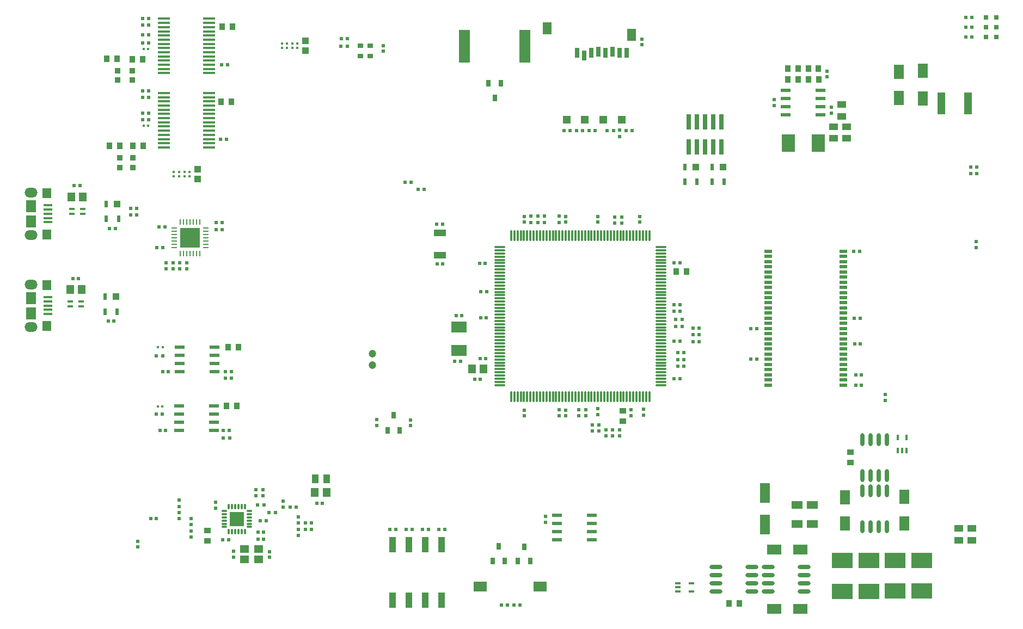
<source format=gtp>
G04 Layer_Color=8421504*
%FSLAX25Y25*%
%MOIN*%
G70*
G01*
G75*
%ADD13R,0.02284X0.02441*%
%ADD14R,0.02441X0.02441*%
%ADD15R,0.03543X0.03937*%
%ADD16R,0.01772X0.01575*%
%ADD17R,0.03740X0.03740*%
%ADD18R,0.01575X0.01772*%
%ADD19R,0.03937X0.03937*%
%ADD20R,0.03347X0.02559*%
%ADD21R,0.02441X0.02441*%
%ADD22R,0.05512X0.04134*%
%ADD23R,0.03937X0.03740*%
%ADD24R,0.03740X0.03937*%
%ADD25R,0.02362X0.03937*%
%ADD26R,0.03937X0.03937*%
%ADD27R,0.06102X0.08661*%
%ADD28R,0.08661X0.06102*%
%ADD29R,0.04528X0.05709*%
%ADD30R,0.06102X0.02362*%
%ADD31R,0.05315X0.01575*%
%ADD32R,0.06102X0.07480*%
%ADD33R,0.05512X0.06299*%
%ADD34R,0.03543X0.01575*%
%ADD35R,0.03150X0.03150*%
%ADD36R,0.02441X0.02284*%
%ADD37O,0.02400X0.08000*%
%ADD38O,0.08000X0.02400*%
%ADD39R,0.12992X0.09646*%
%ADD40R,0.02559X0.04134*%
%ADD41C,0.04724*%
%ADD43R,0.07087X0.04528*%
%ADD44R,0.07087X0.20079*%
%ADD46R,0.04134X0.05512*%
%ADD47R,0.06102X0.09055*%
%ADD48R,0.05118X0.13583*%
%ADD49R,0.04724X0.02362*%
%ADD50R,0.02559X0.03937*%
%ADD51R,0.02756X0.05905*%
%ADD52R,0.05512X0.07480*%
%ADD53R,0.05118X0.04724*%
%ADD54R,0.08071X0.10630*%
%ADD55R,0.02992X0.09449*%
%ADD56R,0.08268X0.06299*%
%ADD57R,0.05512X0.04528*%
%ADD58R,0.09449X0.06693*%
%ADD59R,0.03937X0.03543*%
%ADD60R,0.04449X0.09606*%
%ADD61O,0.03347X0.01181*%
%ADD62O,0.01181X0.03347*%
%ADD63R,0.08858X0.08858*%
%ADD64O,0.03347X0.00787*%
%ADD65O,0.00787X0.03347*%
%ADD66R,0.12323X0.12323*%
%ADD67R,0.07480X0.04331*%
%ADD68O,0.07087X0.01181*%
%ADD69O,0.01181X0.07087*%
%ADD70R,0.01575X0.03543*%
%ADD71R,0.06299X0.12402*%
%ADD72R,0.07283X0.01772*%
%ADD107O,0.07874X0.05905*%
G36*
X930280Y175758D02*
X924965D01*
Y181073D01*
X930280D01*
Y175758D01*
D02*
G37*
D13*
X873600Y440600D02*
D03*
X869899D02*
D03*
X882172Y278300D02*
D03*
X878471D02*
D03*
X882050Y242800D02*
D03*
X878350D02*
D03*
X995250Y472800D02*
D03*
X991550D02*
D03*
X995150Y468100D02*
D03*
X991450D02*
D03*
X969750Y175900D02*
D03*
X973450D02*
D03*
X969750Y171900D02*
D03*
X973450D02*
D03*
X960350Y185700D02*
D03*
X964050D02*
D03*
X947450Y182200D02*
D03*
X951150D02*
D03*
X1169750Y416400D02*
D03*
X1166050D02*
D03*
X1154450D02*
D03*
X1158150D02*
D03*
X1146850D02*
D03*
X1143150D02*
D03*
X1139200D02*
D03*
X1135499D02*
D03*
X1127850D02*
D03*
X1131550D02*
D03*
X1089517Y125721D02*
D03*
X1093217D02*
D03*
X1054850Y172100D02*
D03*
X1051150D02*
D03*
X1044850D02*
D03*
X1041150D02*
D03*
X1034850D02*
D03*
X1031150D02*
D03*
X1025050D02*
D03*
X1021350D02*
D03*
X915050Y359900D02*
D03*
X918750D02*
D03*
X1042250Y380400D02*
D03*
X1038550D02*
D03*
X1030650Y384500D02*
D03*
X1034350D02*
D03*
X1376950Y389900D02*
D03*
X1380650D02*
D03*
X1376950Y394000D02*
D03*
X1380650D02*
D03*
X1374050Y473600D02*
D03*
X1377750D02*
D03*
X1374050Y485600D02*
D03*
X1377750D02*
D03*
X1374050Y479600D02*
D03*
X1377750D02*
D03*
X918750Y355700D02*
D03*
X915050D02*
D03*
X862750Y364500D02*
D03*
X866450D02*
D03*
Y368700D02*
D03*
X862750D02*
D03*
X1207050Y287100D02*
D03*
X1210750D02*
D03*
X1207050Y291200D02*
D03*
X1210750D02*
D03*
X1207050Y295300D02*
D03*
X1210750D02*
D03*
X1197750Y272000D02*
D03*
X1201450D02*
D03*
X1196450Y296400D02*
D03*
X1200150D02*
D03*
X1197750Y276100D02*
D03*
X1201450D02*
D03*
X1196450Y300500D02*
D03*
X1200150D02*
D03*
X1197750Y280200D02*
D03*
X1201450D02*
D03*
X1195350Y305500D02*
D03*
X1199050D02*
D03*
X879950Y357400D02*
D03*
X883650D02*
D03*
X944150Y186900D02*
D03*
X940450D02*
D03*
X921850Y456600D02*
D03*
X918150D02*
D03*
X869950Y470100D02*
D03*
X873650D02*
D03*
X869950Y475000D02*
D03*
X873650D02*
D03*
X873601Y480900D02*
D03*
X869900D02*
D03*
X873650Y484834D02*
D03*
X869950D02*
D03*
X921450Y411100D02*
D03*
X917750D02*
D03*
X869999Y423100D02*
D03*
X873700D02*
D03*
X870000Y427100D02*
D03*
X873701D02*
D03*
X873700Y436500D02*
D03*
X869999D02*
D03*
X919450Y227900D02*
D03*
X923150D02*
D03*
X920650Y264800D02*
D03*
X924350D02*
D03*
D14*
X1017400Y464857D02*
D03*
Y468400D02*
D03*
X1129000Y363772D02*
D03*
Y360228D02*
D03*
X1148700Y363772D02*
D03*
Y360228D02*
D03*
X1174300Y363772D02*
D03*
Y360228D02*
D03*
X1103500Y241528D02*
D03*
Y245072D02*
D03*
X1129042Y241587D02*
D03*
Y245130D02*
D03*
X1169100Y241628D02*
D03*
Y245172D02*
D03*
X1148700Y242428D02*
D03*
Y245972D02*
D03*
X925700Y158572D02*
D03*
Y155028D02*
D03*
X947600Y154928D02*
D03*
Y158472D02*
D03*
X914500Y188543D02*
D03*
Y185000D02*
D03*
X1175700Y468928D02*
D03*
Y472472D02*
D03*
X1291500Y430572D02*
D03*
Y427028D02*
D03*
X1013400Y239172D02*
D03*
Y235628D02*
D03*
X1034000Y239072D02*
D03*
Y235528D02*
D03*
X866900Y161228D02*
D03*
Y164772D02*
D03*
X884400Y331628D02*
D03*
Y335172D02*
D03*
X1289000Y449200D02*
D03*
Y452743D02*
D03*
X1103600Y363800D02*
D03*
Y360257D02*
D03*
D15*
X928607Y283500D02*
D03*
X922308D02*
D03*
X927499Y247700D02*
D03*
X921200D02*
D03*
X855850Y407100D02*
D03*
X849550D02*
D03*
X870350D02*
D03*
X864050D02*
D03*
X854350Y460200D02*
D03*
X848050D02*
D03*
X869950Y460100D02*
D03*
X863650D02*
D03*
X1283850Y447800D02*
D03*
X1277550D02*
D03*
X1277500Y454300D02*
D03*
X1283799D02*
D03*
X1271250D02*
D03*
X1264950D02*
D03*
X918764Y480104D02*
D03*
X925063D02*
D03*
X918050Y434000D02*
D03*
X924350D02*
D03*
D16*
X882172Y283500D02*
D03*
X879416D02*
D03*
X882056Y247400D02*
D03*
X879300D02*
D03*
X873278Y419400D02*
D03*
X870522D02*
D03*
X873278Y466300D02*
D03*
X870522D02*
D03*
D17*
X864050Y399653D02*
D03*
Y393747D02*
D03*
X855850Y399653D02*
D03*
Y393747D02*
D03*
X863500Y453153D02*
D03*
Y447247D02*
D03*
X854600Y453153D02*
D03*
Y447247D02*
D03*
D18*
X955200Y469678D02*
D03*
Y466922D02*
D03*
X958400Y469678D02*
D03*
Y466922D02*
D03*
X961500Y469678D02*
D03*
Y466922D02*
D03*
X964700Y469678D02*
D03*
Y466922D02*
D03*
X888900Y391100D02*
D03*
Y388344D02*
D03*
X892200Y391078D02*
D03*
Y388322D02*
D03*
X895500Y391078D02*
D03*
Y388322D02*
D03*
X898800Y391078D02*
D03*
Y388322D02*
D03*
D19*
X969500Y465447D02*
D03*
Y471353D02*
D03*
X903600Y386747D02*
D03*
Y392653D02*
D03*
D20*
X1009302Y461904D02*
D03*
Y468400D02*
D03*
X1003200D02*
D03*
Y461904D02*
D03*
D21*
X1198972Y335200D02*
D03*
X1195428D02*
D03*
X1198972Y264300D02*
D03*
X1195428D02*
D03*
X1198972Y287300D02*
D03*
X1195428D02*
D03*
X1073257Y263900D02*
D03*
X1076800D02*
D03*
X1242428Y276200D02*
D03*
X1245972D02*
D03*
X1310029Y260400D02*
D03*
X1306486D02*
D03*
X1310029Y266800D02*
D03*
X1306486D02*
D03*
X1309472Y285600D02*
D03*
X1305928D02*
D03*
X1309329Y301400D02*
D03*
X1305786D02*
D03*
X1308972Y342300D02*
D03*
X1305428D02*
D03*
X1242314Y295100D02*
D03*
X1245857D02*
D03*
X878372Y178700D02*
D03*
X874828D02*
D03*
X944072Y166000D02*
D03*
X940528D02*
D03*
X944072Y170300D02*
D03*
X940528D02*
D03*
X945572Y177400D02*
D03*
X942028D02*
D03*
X922672Y165500D02*
D03*
X919128D02*
D03*
X980072Y188100D02*
D03*
X976528D02*
D03*
X1097424Y125821D02*
D03*
X1100967D02*
D03*
X831559Y382500D02*
D03*
X828016D02*
D03*
X848928Y299700D02*
D03*
X852472D02*
D03*
X849716Y356400D02*
D03*
X853259D02*
D03*
X1061928Y303000D02*
D03*
X1065472D02*
D03*
X878628Y344800D02*
D03*
X882172D02*
D03*
X1061028Y275100D02*
D03*
X1064572D02*
D03*
X830772Y325800D02*
D03*
X827228D02*
D03*
X1050128Y359100D02*
D03*
X1053672D02*
D03*
X1050228Y334500D02*
D03*
X1053772D02*
D03*
X1076557Y276500D02*
D03*
X1080100D02*
D03*
X1076928Y301700D02*
D03*
X1080472D02*
D03*
X1077028Y317500D02*
D03*
X1080572D02*
D03*
X1076228Y335100D02*
D03*
X1079772D02*
D03*
X1198972Y309600D02*
D03*
X1195428D02*
D03*
X922872Y232800D02*
D03*
X919328D02*
D03*
X880557D02*
D03*
X884100D02*
D03*
X924272Y268600D02*
D03*
X920728D02*
D03*
X882157D02*
D03*
X885700D02*
D03*
D22*
X1298100Y425100D02*
D03*
Y432187D02*
D03*
X1293000Y418600D02*
D03*
Y411513D02*
D03*
X1301000Y418600D02*
D03*
Y411513D02*
D03*
X1377600Y165413D02*
D03*
Y172500D02*
D03*
X1369600Y165413D02*
D03*
Y172500D02*
D03*
D23*
X1163900Y244500D02*
D03*
Y238201D02*
D03*
X1303400Y213150D02*
D03*
Y219450D02*
D03*
D24*
X1271350Y447800D02*
D03*
X1265050D02*
D03*
X1235273Y126721D02*
D03*
X1228974D02*
D03*
X1196550Y329900D02*
D03*
X1202850D02*
D03*
D25*
X1218560Y385072D02*
D03*
Y394128D02*
D03*
X1226040Y385072D02*
D03*
X1201810D02*
D03*
Y394128D02*
D03*
X1209291Y385072D02*
D03*
X847747Y362172D02*
D03*
Y371228D02*
D03*
X855227Y362172D02*
D03*
X846960Y305472D02*
D03*
Y314528D02*
D03*
X854440Y305472D02*
D03*
D26*
X1225253Y394128D02*
D03*
X1208503D02*
D03*
X854440Y371228D02*
D03*
X853653Y314528D02*
D03*
D27*
X1336400Y175729D02*
D03*
Y191871D02*
D03*
X1299900Y191800D02*
D03*
Y175658D02*
D03*
X1332900Y452471D02*
D03*
Y436329D02*
D03*
D28*
X1272795Y123221D02*
D03*
X1256653D02*
D03*
X1256553Y159721D02*
D03*
X1272694D02*
D03*
D29*
X826344Y375800D02*
D03*
X833431D02*
D03*
X825557Y319100D02*
D03*
X832643D02*
D03*
X1071513Y270200D02*
D03*
X1078600D02*
D03*
X982543Y194700D02*
D03*
X975457D02*
D03*
D30*
X1123670Y180800D02*
D03*
Y175800D02*
D03*
Y170800D02*
D03*
Y165800D02*
D03*
X1144930Y180800D02*
D03*
Y175800D02*
D03*
Y170800D02*
D03*
Y165800D02*
D03*
X1285030Y426000D02*
D03*
Y431000D02*
D03*
Y436000D02*
D03*
Y441000D02*
D03*
X1263770Y426000D02*
D03*
Y431000D02*
D03*
Y436000D02*
D03*
Y441000D02*
D03*
X913560Y232800D02*
D03*
Y237800D02*
D03*
Y242800D02*
D03*
Y247800D02*
D03*
X892300Y232800D02*
D03*
Y237800D02*
D03*
Y242800D02*
D03*
Y247800D02*
D03*
X914030Y268500D02*
D03*
Y273500D02*
D03*
Y278500D02*
D03*
Y283500D02*
D03*
X892770Y268500D02*
D03*
Y273500D02*
D03*
Y278500D02*
D03*
Y283500D02*
D03*
D31*
X812031Y365376D02*
D03*
Y367935D02*
D03*
Y370495D02*
D03*
Y362817D02*
D03*
Y360258D02*
D03*
Y309092D02*
D03*
Y311651D02*
D03*
Y314210D02*
D03*
Y306533D02*
D03*
Y303974D02*
D03*
D32*
X801500Y370101D02*
D03*
Y360652D02*
D03*
Y313817D02*
D03*
Y304368D02*
D03*
D33*
X811146Y352778D02*
D03*
Y377975D02*
D03*
Y296494D02*
D03*
Y321691D02*
D03*
D34*
X833234Y365225D02*
D03*
Y368375D02*
D03*
X826541D02*
D03*
Y365225D02*
D03*
X1197766Y139059D02*
D03*
Y136500D02*
D03*
Y133941D02*
D03*
X1206034D02*
D03*
Y139059D02*
D03*
X832446Y308525D02*
D03*
Y311675D02*
D03*
X825753D02*
D03*
Y308525D02*
D03*
D35*
X1386401Y485600D02*
D03*
X1392700D02*
D03*
X1386400Y479600D02*
D03*
X1392699D02*
D03*
X1386400Y473600D02*
D03*
X1392699D02*
D03*
D36*
X892300Y186150D02*
D03*
Y189850D02*
D03*
X899800Y171150D02*
D03*
Y167450D02*
D03*
Y174900D02*
D03*
Y178601D02*
D03*
X939400Y196350D02*
D03*
Y192650D02*
D03*
X965400Y168250D02*
D03*
Y171950D02*
D03*
Y179550D02*
D03*
Y175850D02*
D03*
X956100Y189350D02*
D03*
Y185650D02*
D03*
X1162100Y412800D02*
D03*
Y416501D02*
D03*
X1107800Y363850D02*
D03*
Y360150D02*
D03*
X897000Y335350D02*
D03*
Y331650D02*
D03*
X888600D02*
D03*
Y335350D02*
D03*
X892800D02*
D03*
Y331650D02*
D03*
X1256600Y435450D02*
D03*
Y431750D02*
D03*
X1163300Y359650D02*
D03*
Y363350D02*
D03*
X1159100Y359650D02*
D03*
Y363350D02*
D03*
X1137000Y245250D02*
D03*
Y241550D02*
D03*
X1141200Y245250D02*
D03*
Y241550D02*
D03*
X1124900Y245250D02*
D03*
Y241550D02*
D03*
X1145200Y235950D02*
D03*
Y232250D02*
D03*
X1149300Y235950D02*
D03*
Y232250D02*
D03*
X1153700Y233150D02*
D03*
Y229450D02*
D03*
X1157800Y233150D02*
D03*
Y229450D02*
D03*
X1161900Y233150D02*
D03*
Y229450D02*
D03*
X1176700Y245550D02*
D03*
Y241850D02*
D03*
X1124900Y360150D02*
D03*
Y363850D02*
D03*
X1111900Y360150D02*
D03*
Y363850D02*
D03*
X1116000Y360150D02*
D03*
Y363850D02*
D03*
X1380300Y348450D02*
D03*
Y344750D02*
D03*
X1324700Y250899D02*
D03*
Y254600D02*
D03*
X1116700Y180050D02*
D03*
Y176350D02*
D03*
X943500Y192650D02*
D03*
Y196350D02*
D03*
X892300Y182350D02*
D03*
Y178650D02*
D03*
D37*
X1325700Y227100D02*
D03*
X1310700Y205100D02*
D03*
X1325700D02*
D03*
X1310700Y227100D02*
D03*
X1315700D02*
D03*
X1320700D02*
D03*
X1315700Y205100D02*
D03*
X1320700D02*
D03*
X1325700Y195500D02*
D03*
X1310700Y173500D02*
D03*
X1325700D02*
D03*
X1310700Y195500D02*
D03*
X1315700D02*
D03*
X1320700D02*
D03*
X1315700Y173500D02*
D03*
X1320700D02*
D03*
D38*
X1252924Y149021D02*
D03*
X1274924Y134021D02*
D03*
Y149021D02*
D03*
X1252924Y134021D02*
D03*
Y139021D02*
D03*
Y144021D02*
D03*
X1274924Y139021D02*
D03*
Y144021D02*
D03*
X1221100Y149021D02*
D03*
X1243100Y134021D02*
D03*
Y149021D02*
D03*
X1221100Y134021D02*
D03*
Y139021D02*
D03*
Y144021D02*
D03*
X1243100Y139021D02*
D03*
Y144021D02*
D03*
D39*
X1314600Y134151D02*
D03*
Y153049D02*
D03*
X1330800Y134251D02*
D03*
Y153149D02*
D03*
X1347100Y134251D02*
D03*
Y153149D02*
D03*
X1298300Y134151D02*
D03*
Y153049D02*
D03*
D40*
X1085500Y436272D02*
D03*
X1081760Y445328D02*
D03*
X1089240D02*
D03*
X1023700Y242024D02*
D03*
X1027440Y232576D02*
D03*
X1019960D02*
D03*
X1087960Y161555D02*
D03*
X1091700Y152500D02*
D03*
X1084220D02*
D03*
D41*
X1010600Y279500D02*
D03*
X1010700Y272500D02*
D03*
D43*
X1270500Y175189D02*
D03*
Y187000D02*
D03*
X1280000Y175195D02*
D03*
Y187005D02*
D03*
D44*
X1066996Y468000D02*
D03*
X1104004D02*
D03*
D46*
X975657Y203000D02*
D03*
X982743D02*
D03*
D47*
X1347500Y436035D02*
D03*
Y452965D02*
D03*
D48*
X1359029Y433100D02*
D03*
X1375171D02*
D03*
D49*
X1252826Y260455D02*
D03*
Y263605D02*
D03*
Y266754D02*
D03*
Y269904D02*
D03*
Y273054D02*
D03*
Y276203D02*
D03*
Y279353D02*
D03*
Y282502D02*
D03*
Y285652D02*
D03*
Y288802D02*
D03*
Y291951D02*
D03*
Y295101D02*
D03*
Y298250D02*
D03*
Y301400D02*
D03*
Y304550D02*
D03*
Y307699D02*
D03*
Y310849D02*
D03*
Y313998D02*
D03*
Y317148D02*
D03*
Y320298D02*
D03*
Y323447D02*
D03*
Y326597D02*
D03*
Y329747D02*
D03*
Y332896D02*
D03*
Y336046D02*
D03*
Y339195D02*
D03*
Y342345D02*
D03*
X1298889D02*
D03*
Y339195D02*
D03*
Y336046D02*
D03*
Y332896D02*
D03*
Y329747D02*
D03*
Y326597D02*
D03*
Y323447D02*
D03*
Y320298D02*
D03*
Y317148D02*
D03*
Y313998D02*
D03*
Y310849D02*
D03*
Y307699D02*
D03*
Y304550D02*
D03*
Y301400D02*
D03*
Y298250D02*
D03*
Y295101D02*
D03*
Y291951D02*
D03*
Y288802D02*
D03*
Y285652D02*
D03*
Y282502D02*
D03*
Y279353D02*
D03*
Y276203D02*
D03*
Y273054D02*
D03*
Y269904D02*
D03*
Y266754D02*
D03*
Y263605D02*
D03*
Y260455D02*
D03*
D50*
X1103546Y161231D02*
D03*
X1107286Y152569D02*
D03*
X1099806D02*
D03*
D51*
X1136139Y463900D02*
D03*
X1140469Y462325D02*
D03*
X1144800Y463900D02*
D03*
X1149131Y464687D02*
D03*
X1153461Y463900D02*
D03*
X1157792Y464687D02*
D03*
X1162123Y463900D02*
D03*
X1166453D02*
D03*
D52*
X1117713Y479058D02*
D03*
X1169406Y475120D02*
D03*
D53*
X1163186Y422955D02*
D03*
X1151965D02*
D03*
X1129524D02*
D03*
X1140745D02*
D03*
D54*
X1283652Y408700D02*
D03*
X1265148D02*
D03*
D55*
X1224200Y406400D02*
D03*
X1219200D02*
D03*
X1214200D02*
D03*
X1209200D02*
D03*
X1204200D02*
D03*
X1224200Y421754D02*
D03*
X1219200D02*
D03*
X1214200D02*
D03*
X1209200D02*
D03*
X1204200D02*
D03*
D56*
X1113414Y136900D02*
D03*
X1076800D02*
D03*
D57*
X940861Y159900D02*
D03*
X932200D02*
D03*
Y153601D02*
D03*
X940861D02*
D03*
D58*
X1063600Y281517D02*
D03*
Y296084D02*
D03*
D59*
X909500Y171250D02*
D03*
Y164950D02*
D03*
D60*
X1033000Y128771D02*
D03*
X1023000D02*
D03*
X1043000D02*
D03*
X1053000D02*
D03*
Y162629D02*
D03*
X1043000D02*
D03*
X1033000D02*
D03*
X1023000D02*
D03*
D61*
X919946Y173495D02*
D03*
Y175463D02*
D03*
Y177431D02*
D03*
Y179400D02*
D03*
Y181369D02*
D03*
Y183337D02*
D03*
X935300D02*
D03*
Y181369D02*
D03*
Y179400D02*
D03*
Y177431D02*
D03*
Y175463D02*
D03*
Y173495D02*
D03*
D62*
X922702Y186093D02*
D03*
X924670D02*
D03*
X926639D02*
D03*
X928607D02*
D03*
X930576D02*
D03*
X932544D02*
D03*
Y170739D02*
D03*
X930576D02*
D03*
X928607D02*
D03*
X926639D02*
D03*
X924670D02*
D03*
X922702D02*
D03*
D63*
X927623Y178416D02*
D03*
D64*
X889453Y356606D02*
D03*
Y354637D02*
D03*
Y352668D02*
D03*
Y350700D02*
D03*
Y348731D02*
D03*
Y346763D02*
D03*
Y344795D02*
D03*
X908547D02*
D03*
Y346763D02*
D03*
Y348731D02*
D03*
Y350700D02*
D03*
Y352668D02*
D03*
Y354637D02*
D03*
Y356606D02*
D03*
D65*
X893095Y341153D02*
D03*
X895063D02*
D03*
X897031D02*
D03*
X899000D02*
D03*
X900968D02*
D03*
X902937D02*
D03*
X904906D02*
D03*
Y360247D02*
D03*
X902937D02*
D03*
X900968D02*
D03*
X899000D02*
D03*
X897031D02*
D03*
X895063D02*
D03*
X893095D02*
D03*
D66*
X899000Y350700D02*
D03*
D67*
X1052000Y353493D02*
D03*
Y340107D02*
D03*
D68*
X1088491Y313527D02*
D03*
Y311558D02*
D03*
Y305653D02*
D03*
Y307621D02*
D03*
Y309590D02*
D03*
Y315495D02*
D03*
Y345023D02*
D03*
Y343054D02*
D03*
Y341086D02*
D03*
Y339117D02*
D03*
Y337149D02*
D03*
Y335180D02*
D03*
Y333212D02*
D03*
Y331243D02*
D03*
Y329275D02*
D03*
Y327306D02*
D03*
Y325338D02*
D03*
Y323369D02*
D03*
Y321401D02*
D03*
Y319432D02*
D03*
Y317464D02*
D03*
Y303684D02*
D03*
Y301716D02*
D03*
Y299747D02*
D03*
Y297779D02*
D03*
Y295810D02*
D03*
Y293842D02*
D03*
Y291873D02*
D03*
Y289905D02*
D03*
Y287936D02*
D03*
Y285968D02*
D03*
Y283999D02*
D03*
Y282031D02*
D03*
Y280062D02*
D03*
Y278094D02*
D03*
Y276125D02*
D03*
Y274157D02*
D03*
Y272188D02*
D03*
Y270220D02*
D03*
Y268251D02*
D03*
Y266283D02*
D03*
Y264314D02*
D03*
Y262346D02*
D03*
Y260377D02*
D03*
X1187309D02*
D03*
Y262346D02*
D03*
Y264314D02*
D03*
Y266283D02*
D03*
Y268251D02*
D03*
Y270220D02*
D03*
Y272188D02*
D03*
Y274157D02*
D03*
Y276125D02*
D03*
Y278094D02*
D03*
Y280062D02*
D03*
Y282031D02*
D03*
Y283999D02*
D03*
Y285968D02*
D03*
Y287936D02*
D03*
Y289905D02*
D03*
Y291873D02*
D03*
Y293842D02*
D03*
Y295810D02*
D03*
Y297779D02*
D03*
Y299747D02*
D03*
Y301716D02*
D03*
Y303684D02*
D03*
Y305653D02*
D03*
Y307621D02*
D03*
Y309590D02*
D03*
Y311558D02*
D03*
Y313527D02*
D03*
Y315495D02*
D03*
Y317464D02*
D03*
Y319432D02*
D03*
Y321401D02*
D03*
Y323369D02*
D03*
Y325338D02*
D03*
Y327306D02*
D03*
Y329275D02*
D03*
Y331243D02*
D03*
Y333212D02*
D03*
Y335180D02*
D03*
Y337149D02*
D03*
Y339117D02*
D03*
Y341086D02*
D03*
Y343054D02*
D03*
Y345023D02*
D03*
D69*
X1138884Y253291D02*
D03*
X1136916D02*
D03*
X1125105D02*
D03*
X1131010D02*
D03*
X1132979D02*
D03*
X1134947D02*
D03*
X1095577D02*
D03*
X1097546D02*
D03*
X1099514D02*
D03*
X1101483D02*
D03*
X1103451D02*
D03*
X1105420D02*
D03*
X1107388D02*
D03*
X1109357D02*
D03*
X1111325D02*
D03*
X1113294D02*
D03*
X1115262D02*
D03*
X1117231D02*
D03*
X1119199D02*
D03*
X1121168D02*
D03*
X1123136D02*
D03*
X1127073D02*
D03*
X1129042D02*
D03*
X1140853D02*
D03*
X1142821D02*
D03*
X1144790D02*
D03*
X1146758D02*
D03*
X1148727D02*
D03*
X1150695D02*
D03*
X1152664D02*
D03*
X1154632D02*
D03*
X1156601D02*
D03*
X1158569D02*
D03*
X1160538D02*
D03*
X1162506D02*
D03*
X1164475D02*
D03*
X1166443D02*
D03*
X1168412D02*
D03*
X1170380D02*
D03*
X1172349D02*
D03*
X1174317D02*
D03*
X1176286D02*
D03*
X1178254D02*
D03*
X1180223D02*
D03*
Y352110D02*
D03*
X1178254D02*
D03*
X1176286D02*
D03*
X1174317D02*
D03*
X1172349D02*
D03*
X1170380D02*
D03*
X1168412D02*
D03*
X1166443D02*
D03*
X1164475D02*
D03*
X1162506D02*
D03*
X1160538D02*
D03*
X1158569D02*
D03*
X1156601D02*
D03*
X1154632D02*
D03*
X1152664D02*
D03*
X1150695D02*
D03*
X1148727D02*
D03*
X1146758D02*
D03*
X1144790D02*
D03*
X1142821D02*
D03*
X1140853D02*
D03*
X1138884D02*
D03*
X1136916D02*
D03*
X1134947D02*
D03*
X1132979D02*
D03*
X1131010D02*
D03*
X1129042D02*
D03*
X1127073D02*
D03*
X1125105D02*
D03*
X1123136D02*
D03*
X1121168D02*
D03*
X1119199D02*
D03*
X1117231D02*
D03*
X1115262D02*
D03*
X1113294D02*
D03*
X1111325D02*
D03*
X1109357D02*
D03*
X1107388D02*
D03*
X1105420D02*
D03*
X1103451D02*
D03*
X1101483D02*
D03*
X1099514D02*
D03*
X1097546D02*
D03*
X1095577D02*
D03*
D70*
X1332441Y220166D02*
D03*
X1335000D02*
D03*
X1337559D02*
D03*
Y228434D02*
D03*
X1332441D02*
D03*
D71*
X1250900Y175154D02*
D03*
Y194446D02*
D03*
D72*
X883020Y451566D02*
D03*
Y454125D02*
D03*
Y456684D02*
D03*
Y459243D02*
D03*
Y461802D02*
D03*
Y464361D02*
D03*
Y466921D02*
D03*
Y469480D02*
D03*
Y472039D02*
D03*
Y474598D02*
D03*
Y477157D02*
D03*
Y479716D02*
D03*
Y482275D02*
D03*
Y484834D02*
D03*
X910579D02*
D03*
Y482275D02*
D03*
Y479716D02*
D03*
Y477157D02*
D03*
Y474598D02*
D03*
Y472039D02*
D03*
Y469480D02*
D03*
Y466921D02*
D03*
Y464361D02*
D03*
Y461802D02*
D03*
Y459243D02*
D03*
Y456684D02*
D03*
Y454125D02*
D03*
Y451566D02*
D03*
X883020Y406032D02*
D03*
Y408591D02*
D03*
Y411150D02*
D03*
Y413709D02*
D03*
Y416268D02*
D03*
Y418827D02*
D03*
Y421386D02*
D03*
Y423945D02*
D03*
Y426504D02*
D03*
Y429063D02*
D03*
Y431622D02*
D03*
Y434181D02*
D03*
Y436740D02*
D03*
Y439299D02*
D03*
X910579D02*
D03*
Y436740D02*
D03*
Y434181D02*
D03*
Y431622D02*
D03*
Y429063D02*
D03*
Y426504D02*
D03*
Y423945D02*
D03*
Y421386D02*
D03*
Y418827D02*
D03*
Y416268D02*
D03*
Y413709D02*
D03*
Y411150D02*
D03*
Y408591D02*
D03*
Y406032D02*
D03*
D107*
X801500Y378368D02*
D03*
Y352384D02*
D03*
Y322084D02*
D03*
Y296100D02*
D03*
M02*

</source>
